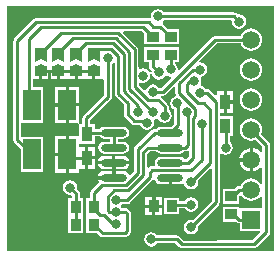
<source format=gbl>
G04 Layer_Physical_Order=2*
G04 Layer_Color=16711680*
%FSLAX44Y44*%
%MOMM*%
G71*
G01*
G75*
%ADD10O,2.2000X0.6000*%
%ADD12R,0.9000X1.3000*%
%ADD13R,0.8890X1.0160*%
%ADD20C,0.2540*%
%ADD21C,1.5000*%
%ADD22R,1.5000X1.5000*%
%ADD23C,0.8000*%
%ADD24R,1.0160X0.8890*%
%ADD25R,1.5000X2.6000*%
G36*
X466063Y240187D02*
X240049D01*
Y447451D01*
X466063D01*
Y240187D01*
D02*
G37*
%LPC*%
G36*
X368300Y444957D02*
X365959Y444492D01*
X363974Y443165D01*
X362648Y441181D01*
X362183Y438840D01*
X362336Y438070D01*
X362112Y437752D01*
X361233Y437104D01*
X360330Y437284D01*
X265200D01*
X263924Y437030D01*
X262843Y436307D01*
X246562Y420028D01*
X245840Y418946D01*
X245586Y417670D01*
Y334330D01*
X245840Y333054D01*
X246562Y331973D01*
X251750Y326785D01*
Y307000D01*
X270750D01*
Y337000D01*
X252254D01*
Y348750D01*
X270750D01*
Y378750D01*
X262484D01*
Y385395D01*
X267480D01*
Y392380D01*
X270020D01*
Y385395D01*
X282480D01*
Y392380D01*
X285020D01*
Y385395D01*
X297480D01*
Y392380D01*
X300020D01*
Y385395D01*
X312480D01*
Y392380D01*
X315020D01*
Y385395D01*
X321370D01*
X322402Y384821D01*
Y372117D01*
X305143Y354857D01*
X304420Y353776D01*
X304166Y352500D01*
Y348328D01*
X303268Y347430D01*
X302683D01*
X302602Y347430D01*
X302206Y347455D01*
X301357Y348155D01*
X301309Y348497D01*
X301290Y348723D01*
X301290Y349188D01*
Y362480D01*
X292520D01*
Y348210D01*
X300067D01*
X300148Y348210D01*
X300543Y348185D01*
X301393Y347485D01*
X301441Y347143D01*
X301460Y346917D01*
X301460Y346452D01*
Y338740D01*
X301290Y337540D01*
X300190Y337540D01*
X292520D01*
Y322000D01*
Y306460D01*
X301290D01*
Y309890D01*
X306690D01*
Y318930D01*
Y327970D01*
X301290D01*
Y329230D01*
X301460Y330430D01*
X302560Y330430D01*
X314460D01*
Y337026D01*
X318814D01*
X318995Y336755D01*
X320649Y335650D01*
X322600Y335262D01*
X327266D01*
Y332758D01*
X322600D01*
X320649Y332370D01*
X318995Y331265D01*
X317890Y329611D01*
X317502Y327660D01*
X317890Y325709D01*
X318995Y324055D01*
X320649Y322950D01*
X322600Y322562D01*
X338600D01*
X340551Y322950D01*
X342205Y324055D01*
X343310Y325709D01*
X343698Y327660D01*
X343310Y329611D01*
X342205Y331265D01*
X340551Y332370D01*
X338600Y332758D01*
X333934D01*
Y335262D01*
X338600D01*
X340551Y335650D01*
X342205Y336755D01*
X343310Y338409D01*
X343698Y340360D01*
X343310Y342311D01*
X342205Y343965D01*
X340551Y345070D01*
X338600Y345458D01*
X322600D01*
X320649Y345070D01*
X318995Y343965D01*
X318814Y343694D01*
X314460D01*
Y347430D01*
X310834D01*
Y351119D01*
X328094Y368378D01*
X328816Y369460D01*
X329070Y370736D01*
Y398749D01*
X330062Y399412D01*
X330121Y399499D01*
X331336Y399131D01*
Y376858D01*
X331375Y376661D01*
Y373271D01*
X331629Y371995D01*
X332352Y370914D01*
X339296Y363969D01*
Y355839D01*
X339550Y354563D01*
X340272Y353481D01*
X345881Y347873D01*
X346963Y347150D01*
X348239Y346896D01*
X353013D01*
X353098Y346469D01*
X354424Y344484D01*
X356409Y343158D01*
X358750Y342692D01*
X361091Y343158D01*
X363076Y344484D01*
X364402Y346469D01*
X364868Y348810D01*
X364581Y350253D01*
X365435Y351717D01*
X366091Y351848D01*
X367348Y352688D01*
X368098Y352378D01*
X369424Y350393D01*
X371409Y349067D01*
X373750Y348601D01*
X376091Y349067D01*
X378076Y350393D01*
X379402Y352378D01*
X379868Y354719D01*
X379402Y357060D01*
X378076Y359044D01*
X377084Y359707D01*
Y362500D01*
X376830Y363776D01*
X376108Y364857D01*
X370877Y370088D01*
X370416Y370396D01*
X370801Y371666D01*
X372569D01*
X373845Y371920D01*
X374927Y372643D01*
X381743Y379458D01*
X382916Y378972D01*
Y373750D01*
X383170Y372474D01*
X383349Y372206D01*
X382764Y370795D01*
X382322Y370707D01*
X380338Y369381D01*
X379011Y367396D01*
X378546Y365055D01*
X379011Y362714D01*
X380338Y360729D01*
X381385Y360030D01*
Y347860D01*
X378983Y345458D01*
X370600D01*
X368649Y345070D01*
X366995Y343965D01*
X366814Y343694D01*
X365360D01*
X364084Y343440D01*
X363003Y342718D01*
X348893Y328607D01*
X348170Y327526D01*
X347916Y326250D01*
Y307424D01*
X344998Y304506D01*
X343538Y304842D01*
X342594Y306254D01*
X340762Y307479D01*
X338600Y307908D01*
X331870D01*
Y302260D01*
X330600D01*
Y300990D01*
X317204D01*
X317381Y300098D01*
X318560Y298335D01*
X311513Y291287D01*
X310790Y290206D01*
X310536Y288930D01*
Y284580D01*
X307425D01*
Y270850D01*
X307425Y270420D01*
X307425D01*
Y269580D01*
X307425D01*
Y255420D01*
X316235D01*
X319013Y252642D01*
X320094Y251920D01*
X321370Y251666D01*
X340000D01*
X341276Y251920D01*
X342357Y252642D01*
X344608Y254893D01*
X345330Y255974D01*
X345584Y257250D01*
Y271500D01*
X345330Y272776D01*
X344608Y273857D01*
X343058Y275408D01*
X341976Y276130D01*
X340700Y276384D01*
X337728D01*
X337066Y277376D01*
X336887Y277495D01*
Y278765D01*
X337066Y278884D01*
X337728Y279876D01*
X341960D01*
X343236Y280130D01*
X344318Y280853D01*
X363452Y299988D01*
X363958Y300744D01*
X365280Y300609D01*
X365381Y300098D01*
X366606Y298266D01*
X368438Y297041D01*
X370600Y296611D01*
X377330D01*
Y302260D01*
X379870D01*
Y296611D01*
X386600D01*
X388762Y297041D01*
X389260Y297374D01*
X390433Y296888D01*
X390588Y296109D01*
X391914Y294124D01*
X393899Y292798D01*
X396240Y292332D01*
X398581Y292798D01*
X400566Y294124D01*
X401892Y296109D01*
X402357Y298450D01*
X402125Y299620D01*
X412593Y310088D01*
X413766Y309601D01*
Y282591D01*
X397410Y266235D01*
X396240Y266467D01*
X393899Y266002D01*
X391914Y264676D01*
X390588Y262691D01*
X390122Y260350D01*
X390588Y258009D01*
X391914Y256024D01*
X393899Y254698D01*
X396240Y254233D01*
X398581Y254698D01*
X400566Y256024D01*
X401892Y258009D01*
X402357Y260350D01*
X402125Y261520D01*
X419458Y278853D01*
X420180Y279934D01*
X420434Y281210D01*
Y322268D01*
X421704Y322947D01*
X423109Y322008D01*
X425450Y321543D01*
X427791Y322008D01*
X429776Y323334D01*
X431102Y325319D01*
X431567Y327660D01*
X431102Y330001D01*
X429776Y331986D01*
X428784Y332648D01*
Y337750D01*
X431500D01*
Y354750D01*
X420434D01*
Y357210D01*
X423730D01*
Y366250D01*
Y375290D01*
X417960D01*
Y372164D01*
X416787Y371678D01*
X412355Y376111D01*
X411273Y376833D01*
X409997Y377087D01*
X408742D01*
X408079Y378079D01*
X406094Y379405D01*
X404768Y379669D01*
X404183Y381080D01*
X404405Y381412D01*
X404871Y383753D01*
X404405Y386094D01*
X404227Y386361D01*
X404812Y387772D01*
X406201Y388048D01*
X408186Y389374D01*
X409512Y391359D01*
X409977Y393700D01*
X409512Y396041D01*
X408186Y398026D01*
X406201Y399352D01*
X403892Y399811D01*
X403523Y400345D01*
X403212Y400928D01*
X418050Y415766D01*
X438138D01*
X438742Y414309D01*
X440265Y412325D01*
X442249Y410802D01*
X444560Y409845D01*
X447040Y409518D01*
X449520Y409845D01*
X451831Y410802D01*
X453815Y412325D01*
X455338Y414309D01*
X456296Y416620D01*
X456622Y419100D01*
X456296Y421580D01*
X455338Y423891D01*
X453815Y425875D01*
X451831Y427398D01*
X449520Y428355D01*
X447040Y428682D01*
X444560Y428355D01*
X442249Y427398D01*
X440265Y425875D01*
X438742Y423891D01*
X438138Y422434D01*
X416669D01*
X415393Y422180D01*
X414312Y421457D01*
X385986Y393132D01*
X385351Y393472D01*
X384861Y393803D01*
X384405Y396094D01*
X383079Y398079D01*
X382576Y398415D01*
X382961Y399685D01*
X385830D01*
Y412575D01*
X371670D01*
Y412575D01*
X370830D01*
Y412575D01*
X356670D01*
Y399685D01*
X360416D01*
Y396250D01*
X360670Y394974D01*
X361393Y393893D01*
X362865Y392420D01*
X362632Y391250D01*
X363098Y388909D01*
X364424Y386924D01*
X366409Y385598D01*
X368750Y385132D01*
X371091Y385598D01*
X373076Y386924D01*
X374012Y388326D01*
X375552Y388676D01*
X376412Y388101D01*
X378704Y387645D01*
X379035Y387155D01*
X379374Y386520D01*
X371188Y378334D01*
X368738D01*
X368076Y379326D01*
X366091Y380652D01*
X363750Y381118D01*
X361409Y380652D01*
X359424Y379326D01*
X358098Y377341D01*
X357861Y376150D01*
X356483Y375732D01*
X351663Y380552D01*
Y382686D01*
X352783Y383285D01*
X353258Y382968D01*
X355599Y382502D01*
X357940Y382968D01*
X359925Y384294D01*
X361251Y386278D01*
X361717Y388620D01*
X361251Y390961D01*
X359925Y392945D01*
X357940Y394272D01*
X355599Y394737D01*
X353258Y394272D01*
X352783Y393954D01*
X351663Y394553D01*
Y396250D01*
X351624Y396447D01*
Y410727D01*
X351370Y412002D01*
X350648Y413084D01*
X338829Y424903D01*
X339315Y426076D01*
X354329D01*
X356670Y423735D01*
Y414925D01*
X370830D01*
X370830Y414925D01*
X371670D01*
Y414925D01*
X372100Y414925D01*
X385830D01*
Y427815D01*
X377020D01*
X372477Y432357D01*
X372081Y432622D01*
X372070Y434142D01*
X372626Y434514D01*
X373288Y435506D01*
X429993D01*
X430799Y434524D01*
X430762Y434340D01*
X431228Y431999D01*
X432554Y430014D01*
X434539Y428688D01*
X436880Y428223D01*
X439221Y428688D01*
X441206Y430014D01*
X442532Y431999D01*
X442998Y434340D01*
X442532Y436681D01*
X441206Y438666D01*
X439221Y439992D01*
X436880Y440457D01*
X435710Y440225D01*
X434738Y441197D01*
X433656Y441920D01*
X432380Y442174D01*
X373288D01*
X372626Y443165D01*
X370641Y444492D01*
X368300Y444957D01*
D02*
G37*
G36*
X447040Y403282D02*
X444560Y402956D01*
X442249Y401998D01*
X440265Y400475D01*
X438742Y398491D01*
X437785Y396180D01*
X437458Y393700D01*
X437785Y391220D01*
X438742Y388909D01*
X440265Y386925D01*
X442249Y385402D01*
X444560Y384445D01*
X447040Y384118D01*
X449520Y384445D01*
X451831Y385402D01*
X453815Y386925D01*
X455338Y388909D01*
X456296Y391220D01*
X456622Y393700D01*
X456296Y396180D01*
X455338Y398491D01*
X453815Y400475D01*
X451831Y401998D01*
X449520Y402956D01*
X447040Y403282D01*
D02*
G37*
G36*
X432040Y375290D02*
X426270D01*
Y367520D01*
X432040D01*
Y375290D01*
D02*
G37*
G36*
X301290Y379290D02*
X292520D01*
Y365020D01*
X301290D01*
Y379290D01*
D02*
G37*
G36*
X289980D02*
X281210D01*
Y365020D01*
X289980D01*
Y379290D01*
D02*
G37*
G36*
X447040Y377882D02*
X444560Y377556D01*
X442249Y376598D01*
X440265Y375075D01*
X438742Y373091D01*
X437785Y370780D01*
X437458Y368300D01*
X437785Y365820D01*
X438742Y363509D01*
X440265Y361525D01*
X442249Y360002D01*
X444560Y359044D01*
X447040Y358718D01*
X449520Y359044D01*
X451831Y360002D01*
X453815Y361525D01*
X455338Y363509D01*
X456296Y365820D01*
X456622Y368300D01*
X456296Y370780D01*
X455338Y373091D01*
X453815Y375075D01*
X451831Y376598D01*
X449520Y377556D01*
X447040Y377882D01*
D02*
G37*
G36*
X432040Y364980D02*
X426270D01*
Y357210D01*
X432040D01*
Y364980D01*
D02*
G37*
G36*
X289980Y362480D02*
X281210D01*
Y348210D01*
X289980D01*
Y362480D01*
D02*
G37*
G36*
X447040Y352482D02*
X444560Y352155D01*
X442249Y351198D01*
X440265Y349675D01*
X438742Y347691D01*
X437785Y345380D01*
X437458Y342900D01*
X437785Y340420D01*
X438742Y338109D01*
X440265Y336124D01*
X442249Y334602D01*
X444560Y333644D01*
X447040Y333318D01*
X449520Y333644D01*
X450977Y334248D01*
X456406Y328819D01*
Y323873D01*
X455136Y323442D01*
X454201Y324661D01*
X452103Y326270D01*
X449661Y327282D01*
X448310Y327459D01*
Y317500D01*
Y307541D01*
X449661Y307718D01*
X452103Y308730D01*
X454201Y310339D01*
X455136Y311558D01*
X456406Y311127D01*
Y297483D01*
X456275Y297410D01*
X455136Y297155D01*
X453815Y298875D01*
X451831Y300398D01*
X449520Y301355D01*
X447040Y301682D01*
X444560Y301355D01*
X442249Y300398D01*
X440265Y298875D01*
X438742Y296891D01*
X438138Y295434D01*
X436880D01*
X435604Y295180D01*
X434523Y294457D01*
X432880Y292815D01*
X422920D01*
Y279925D01*
X437080D01*
Y286651D01*
X437495Y287000D01*
X437713Y287054D01*
X439156Y286769D01*
X440265Y285324D01*
X442249Y283802D01*
X444560Y282845D01*
X447040Y282518D01*
X449520Y282845D01*
X451831Y283802D01*
X453815Y285324D01*
X455136Y287045D01*
X456275Y286790D01*
X456406Y286717D01*
Y276200D01*
X437540D01*
X437080Y277279D01*
Y277575D01*
X422920D01*
Y264685D01*
X434180D01*
X434523Y264342D01*
X435604Y263620D01*
X436880Y263366D01*
X437540D01*
Y257200D01*
X454576D01*
X455062Y256027D01*
X448019Y248984D01*
X389961D01*
X386587Y252358D01*
X385505Y253080D01*
X384230Y253334D01*
X367488D01*
X366826Y254326D01*
X364841Y255652D01*
X362500Y256117D01*
X360159Y255652D01*
X358174Y254326D01*
X356848Y252341D01*
X356382Y250000D01*
X356848Y247659D01*
X358174Y245674D01*
X360159Y244348D01*
X362500Y243883D01*
X364841Y244348D01*
X366826Y245674D01*
X367488Y246666D01*
X382849D01*
X386222Y243293D01*
X387304Y242570D01*
X388579Y242316D01*
X449400D01*
X450676Y242570D01*
X451758Y243293D01*
X462098Y253633D01*
X462820Y254714D01*
X463074Y255990D01*
Y330200D01*
X462820Y331476D01*
X462098Y332557D01*
X455692Y338963D01*
X456296Y340420D01*
X456622Y342900D01*
X456296Y345380D01*
X455338Y347691D01*
X453815Y349675D01*
X451831Y351198D01*
X449520Y352155D01*
X447040Y352482D01*
D02*
G37*
G36*
X289980Y337540D02*
X281210D01*
Y323270D01*
X289980D01*
Y337540D01*
D02*
G37*
G36*
X315000Y327970D02*
X309230D01*
Y320200D01*
X315000D01*
Y327970D01*
D02*
G37*
G36*
X445770Y327459D02*
X444419Y327282D01*
X441977Y326270D01*
X439879Y324661D01*
X438270Y322563D01*
X437258Y320121D01*
X437081Y318770D01*
X445770D01*
Y327459D01*
D02*
G37*
G36*
X338600Y320608D02*
X331870D01*
Y316230D01*
X343996D01*
X343819Y317122D01*
X342594Y318954D01*
X340762Y320179D01*
X338600Y320608D01*
D02*
G37*
G36*
X329330D02*
X322600D01*
X320438Y320179D01*
X318606Y318954D01*
X317381Y317122D01*
X317204Y316230D01*
X329330D01*
Y320608D01*
D02*
G37*
G36*
X315000Y317660D02*
X309230D01*
Y309890D01*
X315000D01*
Y317660D01*
D02*
G37*
G36*
X343996Y313690D02*
X331870D01*
Y309312D01*
X338600D01*
X340762Y309741D01*
X342594Y310966D01*
X343819Y312798D01*
X343996Y313690D01*
D02*
G37*
G36*
X329330D02*
X317204D01*
X317381Y312798D01*
X318606Y310966D01*
X320438Y309741D01*
X322600Y309312D01*
X329330D01*
Y313690D01*
D02*
G37*
G36*
X445770Y316230D02*
X437081D01*
X437258Y314879D01*
X438270Y312437D01*
X439879Y310339D01*
X441977Y308730D01*
X444419Y307718D01*
X445770Y307541D01*
Y316230D01*
D02*
G37*
G36*
X289980Y320730D02*
X281210D01*
Y306460D01*
X289980D01*
Y320730D01*
D02*
G37*
G36*
X329330Y307908D02*
X322600D01*
X320438Y307479D01*
X318606Y306254D01*
X317381Y304422D01*
X317204Y303530D01*
X329330D01*
Y307908D01*
D02*
G37*
G36*
X396240Y285518D02*
X393899Y285052D01*
X391914Y283726D01*
X391252Y282734D01*
X386175D01*
Y285210D01*
X373285D01*
Y271050D01*
X386175D01*
Y276066D01*
X391252D01*
X391914Y275074D01*
X393899Y273748D01*
X396240Y273283D01*
X398581Y273748D01*
X400566Y275074D01*
X401892Y277059D01*
X402357Y279400D01*
X401892Y281741D01*
X400566Y283726D01*
X398581Y285052D01*
X396240Y285518D01*
D02*
G37*
G36*
X371475Y285750D02*
X365760D01*
Y279400D01*
X371475D01*
Y285750D01*
D02*
G37*
G36*
X363220D02*
X357505D01*
Y279400D01*
X363220D01*
Y285750D01*
D02*
G37*
G36*
X371475Y276860D02*
X365760D01*
Y270510D01*
X371475D01*
Y276860D01*
D02*
G37*
G36*
X363220D02*
X357505D01*
Y270510D01*
X363220D01*
Y276860D01*
D02*
G37*
G36*
X293750Y299867D02*
X291409Y299402D01*
X289424Y298076D01*
X288098Y296091D01*
X287633Y293750D01*
X288098Y291409D01*
X289424Y289424D01*
X291409Y288098D01*
X293750Y287633D01*
X294116Y287705D01*
X295296Y286705D01*
Y284580D01*
X292185D01*
Y270420D01*
X292185D01*
Y269580D01*
X292185D01*
Y255420D01*
X305075D01*
Y269580D01*
X305075D01*
Y270420D01*
X305075D01*
Y284580D01*
X301964D01*
Y288870D01*
X301710Y290146D01*
X300987Y291227D01*
X299635Y292580D01*
X299867Y293750D01*
X299402Y296091D01*
X298076Y298076D01*
X296091Y299402D01*
X293750Y299867D01*
D02*
G37*
%LPD*%
G36*
X318830Y400000D02*
X313750Y402540D01*
X308670Y400000D01*
Y405080D01*
X318830D01*
Y400000D01*
D02*
G37*
G36*
X303830D02*
X298750Y402540D01*
X293670Y400000D01*
Y405080D01*
X303830D01*
Y400000D01*
D02*
G37*
G36*
X288830D02*
X283750Y402540D01*
X278670Y400000D01*
Y405080D01*
X288830D01*
Y400000D01*
D02*
G37*
G36*
X273830D02*
X268750Y402540D01*
X263670Y400000D01*
Y405080D01*
X273830D01*
Y400000D01*
D02*
G37*
G36*
X318830Y396190D02*
X308670D01*
X313750Y398730D01*
X318830Y396190D01*
D02*
G37*
G36*
X303830D02*
X293670D01*
X298750Y398730D01*
X303830Y396190D01*
D02*
G37*
G36*
X288830D02*
X278670D01*
X283750Y398730D01*
X288830Y396190D01*
D02*
G37*
G36*
X273830D02*
X263670D01*
X268750Y398730D01*
X273830Y396190D01*
D02*
G37*
G36*
X394526Y324700D02*
Y320501D01*
X392319Y318294D01*
X390386D01*
X390205Y318565D01*
X388551Y319670D01*
X386600Y320058D01*
X370600D01*
X368649Y319670D01*
X366995Y318565D01*
X365890Y316911D01*
X365502Y314960D01*
X365849Y313214D01*
X365230Y311944D01*
X363220D01*
X361944Y311690D01*
X360863Y310968D01*
X360297Y310402D01*
X359124Y310889D01*
Y322389D01*
X361061Y324326D01*
X366814D01*
X366995Y324055D01*
X368649Y322950D01*
X370600Y322562D01*
X386600D01*
X388551Y322950D01*
X390205Y324055D01*
X390386Y324326D01*
X391160D01*
X392436Y324580D01*
X393256Y325128D01*
X394526Y324700D01*
D02*
G37*
D10*
X330600Y302260D02*
D03*
Y314960D02*
D03*
Y327660D02*
D03*
Y340360D02*
D03*
X378600Y302260D02*
D03*
Y314960D02*
D03*
Y327660D02*
D03*
Y340360D02*
D03*
D12*
X425000Y366250D02*
D03*
Y346250D02*
D03*
X307960Y338930D02*
D03*
Y318930D02*
D03*
D13*
X364490Y278130D02*
D03*
X379730D02*
D03*
X298630Y277500D02*
D03*
X313870D02*
D03*
Y262500D02*
D03*
X298630D02*
D03*
D20*
X348329Y379171D02*
Y396250D01*
X334147Y424870D02*
X348290Y410727D01*
Y396289D02*
Y410727D01*
Y396289D02*
X348329Y396250D01*
X343789Y377290D02*
Y391250D01*
X332266Y420330D02*
X343750Y408846D01*
Y391289D02*
Y408846D01*
Y391289D02*
X343789Y391250D01*
X330386Y415790D02*
X339210Y406965D01*
Y378739D02*
Y406965D01*
X328505Y411250D02*
X334670Y405085D01*
Y376858D02*
Y405085D01*
X363750Y396250D02*
Y406130D01*
Y396250D02*
X368750Y391250D01*
X378750Y393756D02*
X378753Y393753D01*
X378750Y393756D02*
Y406130D01*
X397690Y393700D02*
X403860D01*
X395003Y383753D02*
X398753D01*
X368300Y438840D02*
X432380D01*
X325470Y286221D02*
X330619Y291370D01*
X325470Y273970D02*
Y286221D01*
Y273970D02*
X326390Y273050D01*
X393700Y314960D02*
X397860Y319120D01*
X391160Y327660D02*
X393320Y329820D01*
X425450Y348140D02*
Y349411D01*
X416560Y250190D02*
X421640Y255270D01*
X307500Y339390D02*
X307960Y338930D01*
X436880Y266700D02*
X447040D01*
X431800Y271780D02*
X436880Y266700D01*
Y292100D02*
X447040D01*
X431800Y287020D02*
X436880Y292100D01*
X379730Y278130D02*
X381000Y279400D01*
X396240D01*
X326390Y273050D02*
X332740D01*
X378600Y327660D02*
X391160D01*
X330600Y302260D02*
Y314960D01*
X284480Y300990D02*
X285750Y302260D01*
X284480Y273050D02*
Y300990D01*
X330600Y327660D02*
Y340360D01*
X309390D02*
X330600D01*
X307960Y338930D02*
X309390Y340360D01*
X378600Y293510D02*
Y302260D01*
X374650Y289560D02*
X378600Y293510D01*
X365760Y289560D02*
X374650D01*
X364490Y288290D02*
X365760Y289560D01*
X364490Y278130D02*
Y288290D01*
X432380Y438840D02*
X436880Y434340D01*
X378600Y314960D02*
X393700D01*
X363220Y308610D02*
X396240D01*
X284480Y251770D02*
Y273050D01*
Y251770D02*
X286060Y250190D01*
X313870Y262500D02*
X321370Y255000D01*
X340000D01*
X342250Y257250D01*
Y271500D01*
X340700Y273050D02*
X342250Y271500D01*
X332740Y273050D02*
X340700D01*
X330130Y262890D02*
X332740D01*
X322169Y270850D02*
X330130Y262890D01*
X318750Y270850D02*
X322169D01*
X313870Y275730D02*
X318750Y270850D01*
X313870Y275730D02*
Y277500D01*
Y288930D01*
X320930Y295990D01*
X298630Y262500D02*
Y277500D01*
Y288870D01*
X293750Y293750D02*
X298630Y288870D01*
X342500Y250190D02*
X354810Y262500D01*
X378150D01*
X390460Y250190D01*
X286060D02*
X342500D01*
X390460D02*
X416560D01*
X362500Y250000D02*
X384230D01*
X388579Y245650D01*
X449400D01*
X459740Y255990D01*
Y330200D01*
X447040Y342900D02*
X459740Y330200D01*
X361095Y306485D02*
X363220Y308610D01*
X320930Y295990D02*
X341197D01*
X351250Y306043D01*
Y326250D01*
X330619Y291370D02*
X342998D01*
X355790Y304162D01*
Y323770D01*
X332740Y283210D02*
X341960D01*
X361095Y302345D01*
Y306485D01*
X403753Y373753D02*
X409997D01*
X401989Y365230D02*
X406979D01*
X416669Y419100D02*
X447040D01*
X392503Y381253D02*
X395003Y383753D01*
X386250Y382260D02*
X397690Y393700D01*
X392503Y374715D02*
X401989Y365230D01*
X392503Y374715D02*
Y381253D01*
X386250Y373750D02*
Y382260D01*
X355790Y323770D02*
X359680Y327660D01*
X378600D01*
X351250Y326250D02*
X365360Y340360D01*
X378600D01*
X396240Y308610D02*
X405130Y317500D01*
Y347980D01*
X384663Y365055D02*
X384719Y365000D01*
X378600Y340360D02*
X384719Y346479D01*
Y365000D01*
X386250Y373750D02*
X395227Y364773D01*
X395514D01*
X399773Y360514D01*
Y354492D02*
Y360514D01*
X397860Y352578D02*
X399773Y354492D01*
X397860Y319120D02*
Y352578D01*
X392503Y357503D02*
X393320Y356686D01*
Y329820D02*
Y356686D01*
X372569Y375000D02*
X416669Y419100D01*
X363750Y375000D02*
X372569D01*
X334709Y373271D02*
X342630Y365350D01*
Y355839D02*
X348239Y350230D01*
X342630Y355839D02*
Y365350D01*
X334709Y373271D02*
Y376819D01*
X334670Y376858D02*
X334709Y376819D01*
X348239Y350230D02*
X357330D01*
X358750Y348810D01*
X339249Y375152D02*
X351250Y363151D01*
X339210Y378739D02*
X339249Y378700D01*
Y375152D02*
Y378700D01*
X351250Y357500D02*
Y363151D01*
X348329Y379171D02*
X359770Y367730D01*
X368520D01*
X373750Y362500D01*
Y354719D02*
Y362500D01*
X343789Y377290D02*
X363579Y357500D01*
X363750D01*
X325736Y370736D02*
Y403737D01*
X307500Y352500D02*
X325736Y370736D01*
X307500Y339390D02*
Y352500D01*
X317380Y411250D02*
X328505D01*
X296460Y420330D02*
X332266D01*
X286000Y424870D02*
X334147D01*
X283750Y392380D02*
X298750D01*
X313750D01*
X285750Y302260D02*
X291250D01*
X330600D01*
X294320Y318930D02*
X307960D01*
X248920Y334330D02*
Y417670D01*
X265200Y433950D01*
X259150Y419150D02*
X269410Y429410D01*
X259150Y363350D02*
Y419150D01*
Y363350D02*
X261250Y361250D01*
X248920Y334330D02*
X261250Y322000D01*
X276250Y392380D02*
X276250Y392380D01*
X268750D02*
X276250D01*
X283750D01*
X396240Y260350D02*
X417100Y281210D01*
X421640Y255270D02*
Y308610D01*
X430530Y317500D01*
X396240Y298450D02*
X412560Y314770D01*
Y359649D01*
X417100Y281210D02*
Y366650D01*
X409997Y373753D02*
X417100Y366650D01*
X406979Y365230D02*
X412560Y359649D01*
X313750Y407620D02*
Y408750D01*
X291250Y302260D02*
Y322000D01*
X294320Y318930D01*
X425450Y327660D02*
Y345800D01*
X425000Y346250D02*
X425450Y345800D01*
X425000Y366250D02*
Y404310D01*
X424180Y405130D02*
X425000Y404310D01*
Y366250D02*
X431250D01*
X434340Y363160D01*
Y317500D02*
Y363160D01*
X430530Y317500D02*
X434340D01*
X447040D01*
X360330Y433950D02*
X364280Y430000D01*
X370120D01*
X378750Y421370D01*
X265200Y433950D02*
X360330D01*
X355710Y429410D02*
X363750Y421370D01*
X269410Y429410D02*
X355710D01*
X313750Y407620D02*
X317380Y411250D01*
X306920Y415790D02*
X330386D01*
X298750Y407620D02*
X306920Y415790D01*
X283750Y407620D02*
X296460Y420330D01*
X268750Y407620D02*
X286000Y424870D01*
X276250Y363750D02*
Y392380D01*
Y363750D02*
X291250D01*
Y322000D02*
Y363750D01*
D21*
X447040Y317500D02*
D03*
Y292100D02*
D03*
Y342900D02*
D03*
Y368300D02*
D03*
Y393700D02*
D03*
Y419100D02*
D03*
D22*
Y266700D02*
D03*
D23*
X435000Y405000D02*
D03*
X442500Y330000D02*
D03*
X285000Y285000D02*
D03*
Y255000D02*
D03*
X325736Y403737D02*
D03*
X378753Y393753D02*
D03*
X398753Y383753D02*
D03*
X403860Y393700D02*
D03*
X368300Y438840D02*
D03*
X332740Y262890D02*
D03*
Y283210D02*
D03*
X396240Y279400D02*
D03*
Y260350D02*
D03*
X284480Y273050D02*
D03*
X332740D02*
D03*
X396240Y298450D02*
D03*
X355599Y388620D02*
D03*
X425450Y327660D02*
D03*
X424180Y405130D02*
D03*
X436880Y434340D02*
D03*
X293750Y293750D02*
D03*
X362500Y250000D02*
D03*
X403753Y373753D02*
D03*
X405130Y347980D02*
D03*
X384663Y365055D02*
D03*
X392503Y357503D02*
D03*
X368750Y391250D02*
D03*
X363750Y375000D02*
D03*
X358750Y348810D02*
D03*
X351250Y357500D02*
D03*
X373750Y354719D02*
D03*
X363750Y357500D02*
D03*
D24*
X378750Y406130D02*
D03*
Y421370D02*
D03*
X363750D02*
D03*
Y406130D02*
D03*
X430000Y271130D02*
D03*
Y286370D02*
D03*
X298750Y392380D02*
D03*
Y407620D02*
D03*
X283750D02*
D03*
Y392380D02*
D03*
X313750D02*
D03*
Y407620D02*
D03*
X268750D02*
D03*
Y392380D02*
D03*
D25*
X261250Y322000D02*
D03*
X291250D02*
D03*
Y363750D02*
D03*
X261250D02*
D03*
M02*

</source>
